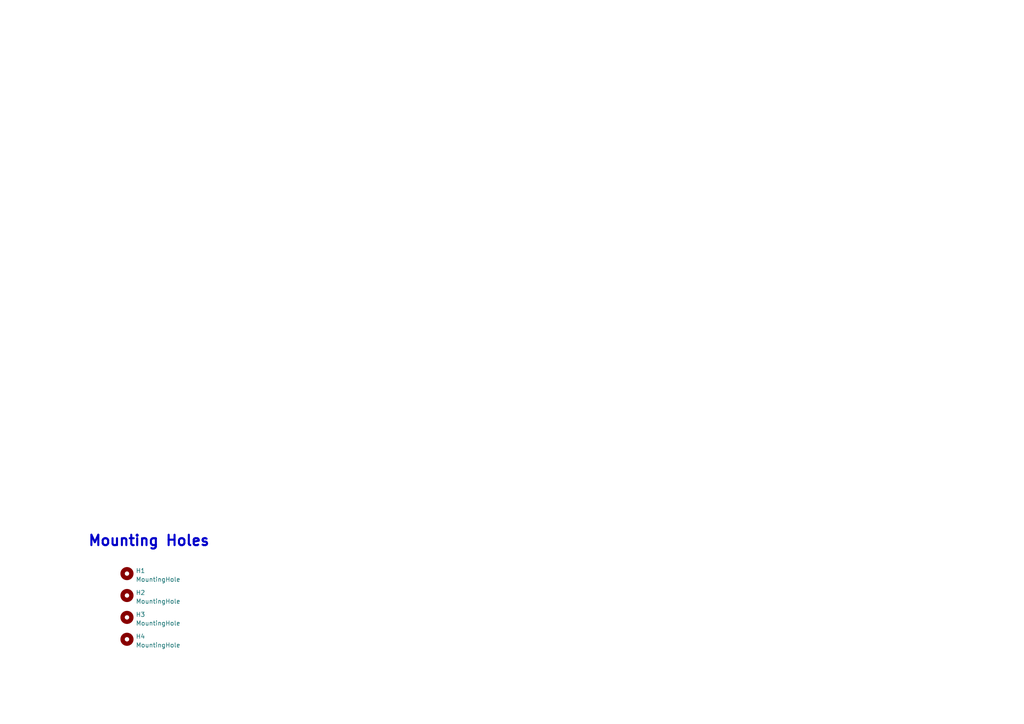
<source format=kicad_sch>
(kicad_sch (version 20211123) (generator eeschema)
  (paper "A4")
  (title_block (title "RPI Cape 2ch Pixel Controller") (company "OnlineDynamic"))
  (lib_symbols
    (symbol "Mechanical:MountingHole" (pin_names (offset 1.016))
      (property "Reference" "H" (at 0 5.08 0))
      (property "Value" "MountingHole" (at 0 3.175 0))
      (symbol "MountingHole_0_1"
        (circle (center 0 0) (radius 1.27) (stroke (width 1.27)))
      )
    )
  )
  (text "Mounting Holes" (at 25.4 158.75 0) (effects (font (size 2.9972 2.9972) (thickness 0.5994) bold) (justify left bottom)))
  (symbol (lib_id "Mechanical:MountingHole") (at 36.83 172.72 0) (unit 1)
    (property "Reference" "H2" (at 39.37 171.8853 0) (effects (justify left)))
    (property "Value" "MountingHole" (at 39.37 174.4222 0) (effects (justify left)))
    (property "Footprint" "MountingHole:MountingHole_2.5mm" (effects hide))
  )
  (symbol (lib_id "Mechanical:MountingHole") (at 36.83 179.07 0) (unit 1)
    (property "Reference" "H3" (at 39.37 178.2353 0) (effects (justify left)))
    (property "Value" "MountingHole" (at 39.37 180.7722 0) (effects (justify left)))
    (property "Footprint" "MountingHole:MountingHole_2.5mm" (effects hide))
  )
  (symbol (lib_id "Mechanical:MountingHole") (at 36.83 185.42 0) (unit 1)
    (property "Reference" "H4" (at 39.37 184.5853 0) (effects (justify left)))
    (property "Value" "MountingHole" (at 39.37 187.1222 0) (effects (justify left)))
    (property "Footprint" "MountingHole:MountingHole_2.5mm" (effects hide))
  )
  (symbol (lib_id "Mechanical:MountingHole") (at 36.83 166.37 0) (unit 1)
    (property "Reference" "H1" (at 39.37 165.5353 0) (effects (justify left)))
    (property "Value" "MountingHole" (at 39.37 168.0722 0) (effects (justify left)))
    (property "Footprint" "MountingHole:MountingHole_2.5mm" (effects hide))
  )
)
</source>
